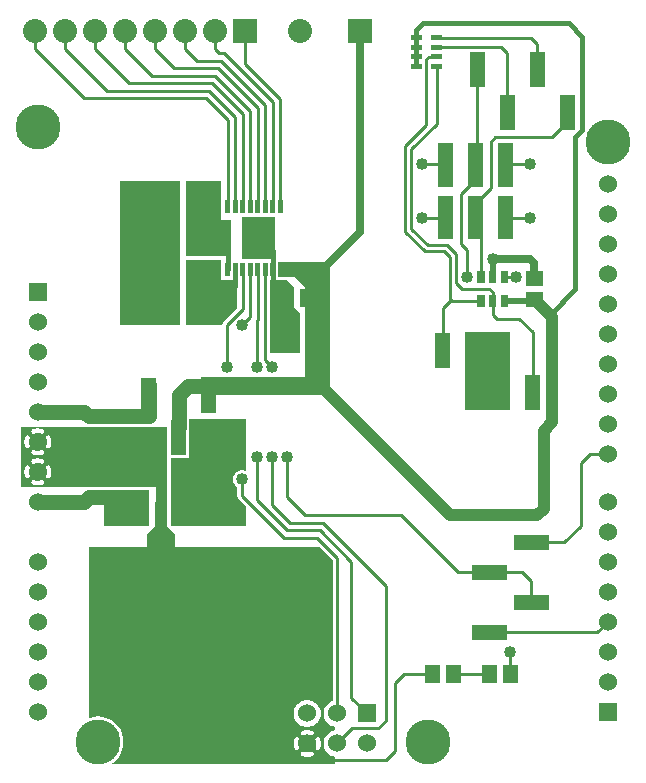
<source format=gbr>
G04 start of page 2 for group 0 idx 0 *
G04 Title: (unknown), component *
G04 Creator: pcb 20140316 *
G04 CreationDate: Wed 30 Mar 2016 07:43:05 PM GMT UTC *
G04 For: ndholmes *
G04 Format: Gerber/RS-274X *
G04 PCB-Dimensions (mil): 2100.00 2700.00 *
G04 PCB-Coordinate-Origin: lower left *
%MOIN*%
%FSLAX25Y25*%
%LNTOP*%
%ADD33C,0.0480*%
%ADD32C,0.1285*%
%ADD31C,0.0380*%
%ADD30R,0.0240X0.0240*%
%ADD29R,0.0150X0.0150*%
%ADD28R,0.0165X0.0165*%
%ADD27R,0.0490X0.0490*%
%ADD26R,0.0945X0.0945*%
%ADD25R,0.0378X0.0378*%
%ADD24R,0.0512X0.0512*%
%ADD23R,0.0167X0.0167*%
%ADD22R,0.0500X0.0500*%
%ADD21C,0.0800*%
%ADD20C,0.1500*%
%ADD19C,0.0600*%
%ADD18C,0.0200*%
%ADD17C,0.0400*%
%ADD16C,0.0250*%
%ADD15C,0.0150*%
%ADD14C,0.0100*%
%ADD13C,0.0500*%
%ADD12C,0.0350*%
%ADD11C,0.0001*%
G54D11*G36*
X99000Y125500D02*Y170000D01*
X107500D01*
Y125500D01*
X99000D01*
G37*
G36*
X103000D02*X64500D01*
Y131500D01*
X103000D01*
Y125500D01*
G37*
G36*
X95500Y155000D02*X97500Y153000D01*
Y139500D01*
X94500D01*
Y155000D01*
X95500D01*
G37*
G36*
X87500Y164000D02*X93000D01*
X95500Y161500D01*
Y139500D01*
X87500D01*
Y164000D01*
G37*
G36*
X90043Y170000D02*X107500D01*
Y165000D01*
X90043D01*
X90066Y165093D01*
X90075Y165250D01*
X90066Y169907D01*
X90043Y170000D01*
G37*
G36*
X99000Y161500D02*X94500Y166000D01*
X100000D01*
Y161500D01*
X99000D01*
G37*
G36*
X13613Y115000D02*X26863D01*
X27000Y114989D01*
X27137Y115000D01*
X31707D01*
X31738Y114987D01*
X31891Y114950D01*
X32048Y114941D01*
X38109Y114950D01*
X38262Y114987D01*
X38293Y115000D01*
X46863D01*
X47000Y114989D01*
X47137Y115000D01*
X53000D01*
Y95000D01*
X13613D01*
Y97853D01*
X13656Y97860D01*
X13768Y97897D01*
X13873Y97952D01*
X13968Y98022D01*
X14051Y98106D01*
X14119Y98202D01*
X14170Y98308D01*
X14318Y98716D01*
X14422Y99137D01*
X14484Y99567D01*
X14505Y100000D01*
X14484Y100433D01*
X14422Y100863D01*
X14318Y101284D01*
X14175Y101694D01*
X14122Y101800D01*
X14053Y101896D01*
X13970Y101981D01*
X13875Y102051D01*
X13769Y102106D01*
X13657Y102143D01*
X13613Y102151D01*
Y107853D01*
X13656Y107860D01*
X13768Y107897D01*
X13873Y107952D01*
X13968Y108022D01*
X14051Y108106D01*
X14119Y108202D01*
X14170Y108308D01*
X14318Y108716D01*
X14422Y109137D01*
X14484Y109567D01*
X14505Y110000D01*
X14484Y110433D01*
X14422Y110863D01*
X14318Y111284D01*
X14175Y111694D01*
X14122Y111800D01*
X14053Y111896D01*
X13970Y111981D01*
X13875Y112051D01*
X13769Y112106D01*
X13657Y112143D01*
X13613Y112151D01*
Y115000D01*
G37*
G36*
X10002D02*X13613D01*
Y112151D01*
X13540Y112163D01*
X13421Y112164D01*
X13304Y112146D01*
X13191Y112110D01*
X13085Y112057D01*
X12988Y111988D01*
X12904Y111905D01*
X12833Y111809D01*
X12779Y111704D01*
X12741Y111592D01*
X12722Y111475D01*
X12721Y111356D01*
X12739Y111239D01*
X12777Y111126D01*
X12876Y110855D01*
X12944Y110575D01*
X12986Y110289D01*
X13000Y110000D01*
X12986Y109711D01*
X12944Y109425D01*
X12876Y109145D01*
X12780Y108872D01*
X12742Y108761D01*
X12725Y108644D01*
X12725Y108526D01*
X12745Y108409D01*
X12782Y108297D01*
X12836Y108193D01*
X12906Y108098D01*
X12991Y108015D01*
X13087Y107946D01*
X13192Y107893D01*
X13305Y107857D01*
X13421Y107840D01*
X13539Y107841D01*
X13613Y107853D01*
Y102151D01*
X13540Y102163D01*
X13421Y102164D01*
X13304Y102146D01*
X13191Y102110D01*
X13085Y102057D01*
X12988Y101988D01*
X12904Y101905D01*
X12833Y101809D01*
X12779Y101704D01*
X12741Y101592D01*
X12722Y101475D01*
X12721Y101356D01*
X12739Y101239D01*
X12777Y101126D01*
X12876Y100855D01*
X12944Y100575D01*
X12986Y100289D01*
X13000Y100000D01*
X12986Y99711D01*
X12944Y99425D01*
X12876Y99145D01*
X12780Y98872D01*
X12742Y98761D01*
X12725Y98644D01*
X12725Y98526D01*
X12745Y98409D01*
X12782Y98297D01*
X12836Y98193D01*
X12906Y98098D01*
X12991Y98015D01*
X13087Y97946D01*
X13192Y97893D01*
X13305Y97857D01*
X13421Y97840D01*
X13539Y97841D01*
X13613Y97853D01*
Y95000D01*
X10002D01*
Y95495D01*
X10433Y95516D01*
X10863Y95578D01*
X11284Y95682D01*
X11694Y95825D01*
X11800Y95878D01*
X11896Y95947D01*
X11981Y96030D01*
X12051Y96125D01*
X12106Y96231D01*
X12143Y96343D01*
X12163Y96460D01*
X12164Y96579D01*
X12146Y96696D01*
X12110Y96809D01*
X12057Y96915D01*
X11988Y97012D01*
X11905Y97096D01*
X11809Y97167D01*
X11704Y97221D01*
X11592Y97259D01*
X11475Y97278D01*
X11356Y97279D01*
X11239Y97261D01*
X11126Y97223D01*
X10855Y97124D01*
X10575Y97056D01*
X10289Y97014D01*
X10002Y97000D01*
Y103000D01*
X10289Y102986D01*
X10575Y102944D01*
X10855Y102876D01*
X11128Y102780D01*
X11239Y102742D01*
X11356Y102725D01*
X11474Y102725D01*
X11591Y102745D01*
X11703Y102782D01*
X11807Y102836D01*
X11902Y102906D01*
X11985Y102991D01*
X12054Y103087D01*
X12107Y103192D01*
X12143Y103305D01*
X12160Y103421D01*
X12159Y103539D01*
X12140Y103656D01*
X12103Y103768D01*
X12048Y103873D01*
X11978Y103968D01*
X11894Y104051D01*
X11798Y104119D01*
X11692Y104170D01*
X11284Y104318D01*
X10863Y104422D01*
X10433Y104484D01*
X10002Y104505D01*
Y105495D01*
X10433Y105516D01*
X10863Y105578D01*
X11284Y105682D01*
X11694Y105825D01*
X11800Y105878D01*
X11896Y105947D01*
X11981Y106030D01*
X12051Y106125D01*
X12106Y106231D01*
X12143Y106343D01*
X12163Y106460D01*
X12164Y106579D01*
X12146Y106696D01*
X12110Y106809D01*
X12057Y106915D01*
X11988Y107012D01*
X11905Y107096D01*
X11809Y107167D01*
X11704Y107221D01*
X11592Y107259D01*
X11475Y107278D01*
X11356Y107279D01*
X11239Y107261D01*
X11126Y107223D01*
X10855Y107124D01*
X10575Y107056D01*
X10289Y107014D01*
X10002Y107000D01*
Y113000D01*
X10289Y112986D01*
X10575Y112944D01*
X10855Y112876D01*
X11128Y112780D01*
X11239Y112742D01*
X11356Y112725D01*
X11474Y112725D01*
X11591Y112745D01*
X11703Y112782D01*
X11807Y112836D01*
X11902Y112906D01*
X11985Y112991D01*
X12054Y113087D01*
X12107Y113192D01*
X12143Y113305D01*
X12160Y113421D01*
X12159Y113539D01*
X12140Y113656D01*
X12103Y113768D01*
X12048Y113873D01*
X11978Y113968D01*
X11894Y114051D01*
X11798Y114119D01*
X11692Y114170D01*
X11284Y114318D01*
X10863Y114422D01*
X10433Y114484D01*
X10002Y114505D01*
Y115000D01*
G37*
G36*
X6387D02*X10002D01*
Y114505D01*
X10000Y114505D01*
X9567Y114484D01*
X9137Y114422D01*
X8716Y114318D01*
X8306Y114175D01*
X8200Y114122D01*
X8104Y114053D01*
X8019Y113970D01*
X7949Y113875D01*
X7894Y113769D01*
X7857Y113657D01*
X7837Y113540D01*
X7836Y113421D01*
X7854Y113304D01*
X7890Y113191D01*
X7943Y113085D01*
X8012Y112988D01*
X8095Y112904D01*
X8191Y112833D01*
X8296Y112779D01*
X8408Y112741D01*
X8525Y112722D01*
X8644Y112721D01*
X8761Y112739D01*
X8874Y112777D01*
X9145Y112876D01*
X9425Y112944D01*
X9711Y112986D01*
X10000Y113000D01*
X10002Y113000D01*
Y107000D01*
X10000Y107000D01*
X9711Y107014D01*
X9425Y107056D01*
X9145Y107124D01*
X8872Y107220D01*
X8761Y107258D01*
X8644Y107275D01*
X8526Y107275D01*
X8409Y107255D01*
X8297Y107218D01*
X8193Y107164D01*
X8098Y107094D01*
X8015Y107009D01*
X7946Y106913D01*
X7893Y106808D01*
X7857Y106695D01*
X7840Y106579D01*
X7841Y106461D01*
X7860Y106344D01*
X7897Y106232D01*
X7952Y106127D01*
X8022Y106032D01*
X8106Y105949D01*
X8202Y105881D01*
X8308Y105830D01*
X8716Y105682D01*
X9137Y105578D01*
X9567Y105516D01*
X10000Y105495D01*
X10002Y105495D01*
Y104505D01*
X10000Y104505D01*
X9567Y104484D01*
X9137Y104422D01*
X8716Y104318D01*
X8306Y104175D01*
X8200Y104122D01*
X8104Y104053D01*
X8019Y103970D01*
X7949Y103875D01*
X7894Y103769D01*
X7857Y103657D01*
X7837Y103540D01*
X7836Y103421D01*
X7854Y103304D01*
X7890Y103191D01*
X7943Y103085D01*
X8012Y102988D01*
X8095Y102904D01*
X8191Y102833D01*
X8296Y102779D01*
X8408Y102741D01*
X8525Y102722D01*
X8644Y102721D01*
X8761Y102739D01*
X8874Y102777D01*
X9145Y102876D01*
X9425Y102944D01*
X9711Y102986D01*
X10000Y103000D01*
X10002Y103000D01*
Y97000D01*
X10000Y97000D01*
X9711Y97014D01*
X9425Y97056D01*
X9145Y97124D01*
X8872Y97220D01*
X8761Y97258D01*
X8644Y97275D01*
X8526Y97275D01*
X8409Y97255D01*
X8297Y97218D01*
X8193Y97164D01*
X8098Y97094D01*
X8015Y97009D01*
X7946Y96913D01*
X7893Y96808D01*
X7857Y96695D01*
X7840Y96579D01*
X7841Y96461D01*
X7860Y96344D01*
X7897Y96232D01*
X7952Y96127D01*
X8022Y96032D01*
X8106Y95949D01*
X8202Y95881D01*
X8308Y95830D01*
X8716Y95682D01*
X9137Y95578D01*
X9567Y95516D01*
X10000Y95495D01*
X10002Y95495D01*
Y95000D01*
X6387D01*
Y97849D01*
X6460Y97837D01*
X6579Y97836D01*
X6696Y97854D01*
X6809Y97890D01*
X6915Y97943D01*
X7012Y98012D01*
X7096Y98095D01*
X7167Y98191D01*
X7221Y98296D01*
X7259Y98408D01*
X7278Y98525D01*
X7279Y98644D01*
X7261Y98761D01*
X7223Y98874D01*
X7124Y99145D01*
X7056Y99425D01*
X7014Y99711D01*
X7000Y100000D01*
X7014Y100289D01*
X7056Y100575D01*
X7124Y100855D01*
X7220Y101128D01*
X7258Y101239D01*
X7275Y101356D01*
X7275Y101474D01*
X7255Y101591D01*
X7218Y101703D01*
X7164Y101807D01*
X7094Y101902D01*
X7009Y101985D01*
X6913Y102054D01*
X6808Y102107D01*
X6695Y102143D01*
X6579Y102160D01*
X6461Y102159D01*
X6387Y102147D01*
Y107849D01*
X6460Y107837D01*
X6579Y107836D01*
X6696Y107854D01*
X6809Y107890D01*
X6915Y107943D01*
X7012Y108012D01*
X7096Y108095D01*
X7167Y108191D01*
X7221Y108296D01*
X7259Y108408D01*
X7278Y108525D01*
X7279Y108644D01*
X7261Y108761D01*
X7223Y108874D01*
X7124Y109145D01*
X7056Y109425D01*
X7014Y109711D01*
X7000Y110000D01*
X7014Y110289D01*
X7056Y110575D01*
X7124Y110855D01*
X7220Y111128D01*
X7258Y111239D01*
X7275Y111356D01*
X7275Y111474D01*
X7255Y111591D01*
X7218Y111703D01*
X7164Y111807D01*
X7094Y111902D01*
X7009Y111985D01*
X6913Y112054D01*
X6808Y112107D01*
X6695Y112143D01*
X6579Y112160D01*
X6461Y112159D01*
X6387Y112147D01*
Y115000D01*
G37*
G36*
X4500D02*X6387D01*
Y112147D01*
X6344Y112140D01*
X6232Y112103D01*
X6127Y112048D01*
X6032Y111978D01*
X5949Y111894D01*
X5881Y111798D01*
X5830Y111692D01*
X5682Y111284D01*
X5578Y110863D01*
X5516Y110433D01*
X5495Y110000D01*
X5516Y109567D01*
X5578Y109137D01*
X5682Y108716D01*
X5825Y108306D01*
X5878Y108200D01*
X5947Y108104D01*
X6030Y108019D01*
X6125Y107949D01*
X6231Y107894D01*
X6343Y107857D01*
X6387Y107849D01*
Y102147D01*
X6344Y102140D01*
X6232Y102103D01*
X6127Y102048D01*
X6032Y101978D01*
X5949Y101894D01*
X5881Y101798D01*
X5830Y101692D01*
X5682Y101284D01*
X5578Y100863D01*
X5516Y100433D01*
X5495Y100000D01*
X5516Y99567D01*
X5578Y99137D01*
X5682Y98716D01*
X5825Y98306D01*
X5878Y98200D01*
X5947Y98104D01*
X6030Y98019D01*
X6125Y97949D01*
X6231Y97894D01*
X6343Y97857D01*
X6387Y97849D01*
Y95000D01*
X4500D01*
Y115000D01*
G37*
G36*
X32000Y94000D02*X47000D01*
Y82000D01*
X32000D01*
Y94000D01*
G37*
G36*
X57500Y197000D02*Y149000D01*
X37500D01*
Y197000D01*
X57500D01*
G37*
G36*
X59500Y164000D02*X76500D01*
Y154621D01*
X71981Y150102D01*
X71936Y150064D01*
X71783Y149884D01*
X71659Y149683D01*
X71569Y149465D01*
X71514Y149235D01*
X71514Y149235D01*
X71495Y149000D01*
X59500D01*
Y164000D01*
G37*
G36*
Y170500D02*X71000D01*
Y161000D01*
X59500D01*
Y170500D01*
G37*
G36*
Y197000D02*X71000D01*
Y172000D01*
X59500D01*
Y197000D01*
G37*
G36*
Y172000D02*Y184000D01*
X74500D01*
Y172000D01*
X59500D01*
G37*
G36*
X89000Y171000D02*X78000D01*
Y185000D01*
X89000D01*
Y171000D01*
G37*
G36*
X152500Y120500D02*Y146500D01*
X167500D01*
Y120500D01*
X152500D01*
G37*
G36*
X60500Y117500D02*X79500D01*
Y100099D01*
X79366Y100181D01*
X78930Y100362D01*
X78471Y100472D01*
X78000Y100509D01*
X77529Y100472D01*
X77070Y100362D01*
X76634Y100181D01*
X76231Y99935D01*
X75872Y99628D01*
X75565Y99269D01*
X75319Y98866D01*
X75138Y98430D01*
X75028Y97971D01*
X74991Y97500D01*
X75028Y97029D01*
X75138Y96570D01*
X75319Y96134D01*
X75565Y95731D01*
X75872Y95372D01*
X76231Y95065D01*
X76500Y94901D01*
Y92059D01*
X76495Y92000D01*
X76514Y91765D01*
X76569Y91535D01*
X76659Y91317D01*
X76783Y91116D01*
X76936Y90936D01*
X76981Y90898D01*
X79500Y88379D01*
Y82000D01*
X54500D01*
Y104587D01*
X59657Y104596D01*
X59810Y104633D01*
X59955Y104693D01*
X60090Y104775D01*
X60209Y104878D01*
X60312Y104997D01*
X60394Y105132D01*
X60454Y105277D01*
X60491Y105430D01*
X60500Y105587D01*
X60493Y114792D01*
X60500Y114914D01*
Y117500D01*
G37*
G36*
X103416Y75000D02*X103879D01*
X108303Y70576D01*
Y23698D01*
X107754Y23471D01*
X107150Y23101D01*
X106611Y22641D01*
X106151Y22102D01*
X105781Y21498D01*
X105510Y20844D01*
X105345Y20155D01*
X105289Y19449D01*
X105345Y18743D01*
X105510Y18054D01*
X105781Y17400D01*
X106151Y16796D01*
X106611Y16257D01*
X107150Y15797D01*
X107754Y15427D01*
X108408Y15156D01*
X109000Y15014D01*
Y13884D01*
X108408Y13742D01*
X107754Y13471D01*
X107150Y13101D01*
X106611Y12641D01*
X106151Y12102D01*
X105781Y11498D01*
X105510Y10844D01*
X105345Y10155D01*
X105289Y9449D01*
X105345Y8743D01*
X105510Y8054D01*
X105781Y7400D01*
X106151Y6796D01*
X106611Y6257D01*
X107150Y5797D01*
X107754Y5427D01*
X108408Y5156D01*
X109000Y5014D01*
Y2500D01*
X103416D01*
Y7302D01*
X103459Y7309D01*
X103571Y7346D01*
X103676Y7401D01*
X103771Y7471D01*
X103854Y7555D01*
X103922Y7651D01*
X103973Y7757D01*
X104121Y8165D01*
X104225Y8586D01*
X104287Y9016D01*
X104308Y9449D01*
X104287Y9882D01*
X104225Y10312D01*
X104121Y10733D01*
X103978Y11143D01*
X103925Y11249D01*
X103856Y11345D01*
X103773Y11430D01*
X103678Y11500D01*
X103572Y11555D01*
X103460Y11592D01*
X103416Y11600D01*
Y16751D01*
X103455Y16796D01*
X103825Y17400D01*
X104096Y18054D01*
X104261Y18743D01*
X104303Y19449D01*
X104261Y20155D01*
X104096Y20844D01*
X103825Y21498D01*
X103455Y22102D01*
X103416Y22147D01*
Y75000D01*
G37*
G36*
Y2500D02*X99805D01*
Y4944D01*
X100236Y4965D01*
X100666Y5027D01*
X101087Y5131D01*
X101497Y5274D01*
X101603Y5327D01*
X101699Y5396D01*
X101784Y5479D01*
X101854Y5574D01*
X101909Y5680D01*
X101946Y5792D01*
X101966Y5909D01*
X101967Y6028D01*
X101949Y6145D01*
X101913Y6258D01*
X101860Y6364D01*
X101791Y6461D01*
X101708Y6545D01*
X101612Y6616D01*
X101507Y6670D01*
X101395Y6708D01*
X101278Y6727D01*
X101159Y6728D01*
X101042Y6710D01*
X100929Y6672D01*
X100658Y6573D01*
X100378Y6505D01*
X100092Y6463D01*
X99805Y6449D01*
Y12449D01*
X100092Y12435D01*
X100378Y12393D01*
X100658Y12325D01*
X100931Y12229D01*
X101042Y12191D01*
X101159Y12174D01*
X101277Y12174D01*
X101394Y12194D01*
X101506Y12231D01*
X101610Y12285D01*
X101705Y12355D01*
X101788Y12440D01*
X101857Y12536D01*
X101910Y12641D01*
X101946Y12754D01*
X101963Y12870D01*
X101962Y12988D01*
X101943Y13105D01*
X101906Y13217D01*
X101851Y13322D01*
X101781Y13417D01*
X101697Y13500D01*
X101601Y13568D01*
X101495Y13619D01*
X101087Y13767D01*
X100666Y13871D01*
X100236Y13933D01*
X99805Y13954D01*
Y14935D01*
X100509Y14991D01*
X101198Y15156D01*
X101852Y15427D01*
X102456Y15797D01*
X102995Y16257D01*
X103416Y16751D01*
Y11600D01*
X103343Y11612D01*
X103224Y11613D01*
X103107Y11595D01*
X102994Y11559D01*
X102888Y11506D01*
X102791Y11437D01*
X102707Y11354D01*
X102636Y11258D01*
X102582Y11153D01*
X102544Y11041D01*
X102525Y10924D01*
X102524Y10805D01*
X102542Y10688D01*
X102580Y10575D01*
X102679Y10304D01*
X102747Y10024D01*
X102789Y9738D01*
X102803Y9449D01*
X102789Y9160D01*
X102747Y8874D01*
X102679Y8594D01*
X102583Y8321D01*
X102545Y8210D01*
X102528Y8093D01*
X102528Y7975D01*
X102548Y7858D01*
X102585Y7746D01*
X102639Y7642D01*
X102709Y7547D01*
X102794Y7464D01*
X102890Y7395D01*
X102995Y7342D01*
X103108Y7306D01*
X103224Y7289D01*
X103342Y7290D01*
X103416Y7302D01*
Y2500D01*
G37*
G36*
X99805Y75000D02*X103416D01*
Y22147D01*
X102995Y22641D01*
X102456Y23101D01*
X101852Y23471D01*
X101198Y23742D01*
X100509Y23907D01*
X99805Y23963D01*
Y75000D01*
G37*
G36*
X96190Y16751D02*X96611Y16257D01*
X97150Y15797D01*
X97754Y15427D01*
X98408Y15156D01*
X99097Y14991D01*
X99803Y14935D01*
X99805Y14935D01*
Y13954D01*
X99803Y13954D01*
X99370Y13933D01*
X98940Y13871D01*
X98519Y13767D01*
X98109Y13624D01*
X98003Y13571D01*
X97907Y13502D01*
X97822Y13419D01*
X97752Y13324D01*
X97697Y13218D01*
X97660Y13106D01*
X97640Y12989D01*
X97639Y12870D01*
X97657Y12753D01*
X97693Y12640D01*
X97746Y12534D01*
X97815Y12437D01*
X97898Y12353D01*
X97994Y12282D01*
X98099Y12228D01*
X98211Y12190D01*
X98328Y12171D01*
X98447Y12170D01*
X98564Y12188D01*
X98677Y12226D01*
X98948Y12325D01*
X99228Y12393D01*
X99514Y12435D01*
X99803Y12449D01*
X99805Y12449D01*
Y6449D01*
X99803Y6449D01*
X99514Y6463D01*
X99228Y6505D01*
X98948Y6573D01*
X98675Y6669D01*
X98564Y6707D01*
X98447Y6724D01*
X98329Y6724D01*
X98212Y6704D01*
X98100Y6667D01*
X97996Y6613D01*
X97901Y6543D01*
X97818Y6458D01*
X97749Y6362D01*
X97696Y6257D01*
X97660Y6144D01*
X97643Y6028D01*
X97644Y5910D01*
X97663Y5793D01*
X97700Y5681D01*
X97755Y5576D01*
X97825Y5481D01*
X97909Y5398D01*
X98005Y5330D01*
X98111Y5279D01*
X98519Y5131D01*
X98940Y5027D01*
X99370Y4965D01*
X99803Y4944D01*
X99805Y4944D01*
Y2500D01*
X96190D01*
Y7298D01*
X96263Y7286D01*
X96382Y7285D01*
X96499Y7303D01*
X96612Y7339D01*
X96718Y7392D01*
X96815Y7461D01*
X96899Y7544D01*
X96970Y7640D01*
X97024Y7745D01*
X97062Y7857D01*
X97081Y7974D01*
X97082Y8093D01*
X97064Y8210D01*
X97026Y8323D01*
X96927Y8594D01*
X96859Y8874D01*
X96817Y9160D01*
X96803Y9449D01*
X96817Y9738D01*
X96859Y10024D01*
X96927Y10304D01*
X97023Y10577D01*
X97061Y10688D01*
X97078Y10805D01*
X97078Y10923D01*
X97058Y11040D01*
X97021Y11152D01*
X96967Y11256D01*
X96897Y11351D01*
X96812Y11434D01*
X96716Y11503D01*
X96611Y11556D01*
X96498Y11592D01*
X96382Y11609D01*
X96264Y11608D01*
X96190Y11596D01*
Y16751D01*
G37*
G36*
Y75000D02*X99805D01*
Y23963D01*
X99803Y23963D01*
X99097Y23907D01*
X98408Y23742D01*
X97754Y23471D01*
X97150Y23101D01*
X96611Y22641D01*
X96190Y22147D01*
Y75000D01*
G37*
G36*
X27000D02*X96190D01*
Y22147D01*
X96151Y22102D01*
X95781Y21498D01*
X95510Y20844D01*
X95345Y20155D01*
X95289Y19449D01*
X95345Y18743D01*
X95510Y18054D01*
X95781Y17400D01*
X96151Y16796D01*
X96190Y16751D01*
Y11596D01*
X96147Y11589D01*
X96035Y11552D01*
X95930Y11497D01*
X95835Y11427D01*
X95752Y11343D01*
X95684Y11247D01*
X95633Y11141D01*
X95485Y10733D01*
X95381Y10312D01*
X95319Y9882D01*
X95298Y9449D01*
X95319Y9016D01*
X95381Y8586D01*
X95485Y8165D01*
X95628Y7755D01*
X95681Y7649D01*
X95750Y7553D01*
X95833Y7468D01*
X95928Y7398D01*
X96034Y7343D01*
X96146Y7306D01*
X96190Y7298D01*
Y2500D01*
X34029D01*
X35012Y3102D01*
X36029Y3971D01*
X36898Y4988D01*
X37597Y6129D01*
X38109Y7365D01*
X38421Y8666D01*
X38500Y10000D01*
X38421Y11334D01*
X38109Y12635D01*
X37597Y13871D01*
X36898Y15012D01*
X36029Y16029D01*
X35012Y16898D01*
X33871Y17597D01*
X32635Y18109D01*
X31334Y18421D01*
X30000Y18526D01*
X28666Y18421D01*
X27365Y18109D01*
X27000Y17958D01*
Y75000D01*
G37*
G54D12*X51000Y86084D02*Y96000D01*
G54D13*X25500Y90000D02*X10000D01*
X35000Y91457D02*X26957D01*
X25500Y90000D01*
X10000Y120000D02*X25500D01*
X27000Y118500D01*
X47000D01*
X57000Y114914D02*Y125500D01*
G54D14*X73000Y149000D02*Y135000D01*
G54D13*X47000Y118500D02*Y129086D01*
X57000Y125500D02*X60000Y128500D01*
X67000D01*
G54D15*X75750Y167500D02*Y162000D01*
G54D14*X78250Y167500D02*Y154250D01*
G54D15*X88250Y162000D02*Y173500D01*
G54D14*X83250Y167500D02*Y150750D01*
X78250Y154250D02*X73000Y149000D01*
X80750Y167500D02*Y151750D01*
X78000Y149000D01*
X85750Y167500D02*Y137250D01*
X88000Y135000D01*
X83250Y150750D02*X83000Y150500D01*
Y135000D01*
G54D15*X73250Y167500D02*Y175500D01*
G54D14*Y188500D02*Y217250D01*
X66000Y224500D01*
X75750Y188500D02*Y218250D01*
X67000Y227000D01*
X78250Y188500D02*Y219250D01*
X68000Y229500D01*
X80750Y188500D02*Y220250D01*
X83250Y188500D02*Y221250D01*
X85750Y188500D02*Y222250D01*
X88250Y188500D02*Y223250D01*
X90750Y188500D02*Y224250D01*
G54D16*X117500Y180000D02*Y247000D01*
G54D14*X80750Y220250D02*X69000Y232000D01*
X83250Y221250D02*X70000Y234500D01*
X85750Y222250D02*X71000Y237000D01*
X88250Y223250D02*X72000Y239500D01*
X70500D01*
X90750Y224250D02*X79000Y236000D01*
X25500Y224500D02*X9000Y241000D01*
Y247000D01*
X33000Y227000D02*X19000Y241000D01*
Y247000D01*
X40500Y229500D02*X29000Y241000D01*
Y247000D01*
X39000Y241000D02*Y247000D01*
X66000Y224500D02*X25500D01*
X68000Y229500D02*X40500D01*
X67000Y227000D02*X33000D01*
X69000Y232000D02*X48000D01*
X70000Y234500D02*X55500D01*
X71000Y237000D02*X63000D01*
X59000Y241000D01*
X48000Y232000D02*X39000Y241000D01*
X55500Y234500D02*X49000Y241000D01*
Y247000D01*
X59000Y241000D02*Y247000D01*
X70500Y239500D02*X69000Y241000D01*
Y247000D01*
X79000Y236000D02*Y247000D01*
X109803Y71197D02*X103000Y78000D01*
X92000D01*
X93000Y80500D02*X104000D01*
X114500Y70000D01*
X105000Y83000D02*X94000D01*
X92000Y78000D02*X78000Y92000D01*
Y97500D01*
X83000Y105000D02*Y90500D01*
X88000Y89000D02*Y105000D01*
X93000Y91500D02*Y105000D01*
X83000Y90500D02*X93000Y80500D01*
X94000Y83000D02*X88000Y89000D01*
X99000Y85500D02*X93000Y91500D01*
X126000Y62000D02*X105000Y83000D01*
X99000Y85500D02*X131000D01*
X150000Y66500D01*
G54D17*X147500Y85500D02*X103500Y129500D01*
G54D14*X109803Y19449D02*Y71197D01*
X114500Y70000D02*Y24752D01*
X119803Y19449D01*
X126000Y17000D02*Y62000D01*
X109803Y9449D02*X114854Y14500D01*
X105449Y4000D02*X126000D01*
X129000Y7000D01*
X114854Y14500D02*X123500D01*
X126000Y17000D01*
X129000Y7000D02*Y29500D01*
X132000Y32500D01*
X141457D01*
G54D17*X178543Y87543D02*X176500Y85500D01*
G54D14*X150000Y66500D02*X171500D01*
G54D17*X176500Y85500D02*X147500D01*
G54D14*X167500Y40000D02*Y32500D01*
X171500Y66500D02*X174500Y63500D01*
Y56500D01*
X174586Y76500D02*X185500D01*
X191000Y82000D01*
Y103000D01*
G54D17*X178543Y87543D02*Y113543D01*
X181500Y116500D01*
G54D14*X191000Y103000D02*X194000Y106000D01*
X200000D01*
X160414Y46500D02*X196500D01*
X200000Y50000D01*
X160457Y32500D02*X148543D01*
X165500Y165000D02*X169500D01*
G54D18*X161600D02*Y171000D01*
G54D16*X174000D01*
X175500Y169500D01*
Y164543D01*
G54D14*X153000Y174000D02*Y165000D01*
X147500Y157600D02*Y171500D01*
X149500Y163000D02*Y172500D01*
G54D16*X104500Y167000D02*X117500Y180000D01*
G54D14*X138000Y184500D02*X146000D01*
X147500Y171500D02*X145500Y173500D01*
X139000D01*
X149500Y172500D02*X146500Y175500D01*
X140000D01*
X134500Y181000D01*
X139000Y173500D02*X132500Y180000D01*
X142848Y241575D02*X164425D01*
X166500Y239500D01*
X142848Y244724D02*X174276D01*
X176500Y242500D01*
G54D15*X138500Y249500D02*X187000D01*
X191500Y245000D02*X187000Y249500D01*
G54D14*X156500Y234086D02*Y202240D01*
X166500Y239500D02*Y219914D01*
X176500Y242500D02*Y234086D01*
X162500Y211500D02*X181500D01*
X186500Y216500D01*
G54D15*X191500Y214000D02*Y245000D01*
G54D14*X142848Y238425D02*X140425D01*
X143000Y216000D02*Y235276D01*
X139500Y237500D02*Y215500D01*
X140425Y238425D02*X139500Y237500D01*
G54D15*X136152Y235276D02*Y247152D01*
X138500Y249500D01*
G54D14*X138000Y202500D02*X146000D01*
X174000D02*X166000D01*
X151000Y176000D02*Y192500D01*
X174000Y184500D02*X166000D01*
X151000Y176000D02*X153000Y174000D01*
G54D15*X189000Y160871D02*Y211500D01*
X191500Y214000D01*
G54D14*X157700Y165000D02*Y184760D01*
X151000Y192500D02*X156000Y197500D01*
Y189500D02*X161000Y194500D01*
Y210000D01*
X162500Y211500D01*
X134500Y181000D02*Y207500D01*
X132500Y208500D02*Y180000D01*
X134500Y207500D02*X143000Y216000D01*
X139500Y215500D02*X132500Y208500D01*
G54D18*X165500Y156800D02*X175500D01*
G54D14*X175000Y146500D02*X170500Y151000D01*
X163000D01*
G54D15*X189000Y160871D02*X180543Y152414D01*
G54D17*X175500Y157457D02*X181500Y151457D01*
G54D14*X157700Y156800D02*X147300D01*
X157700D02*X148300D01*
X161600D02*Y152400D01*
X163000Y151000D01*
X161600Y156800D02*Y153900D01*
Y157400D02*Y159900D01*
X160500Y161000D01*
X151500D01*
X149500Y163000D01*
X147300Y156800D02*X145000Y154500D01*
X148300Y156800D02*X147500Y157600D01*
X145000Y154500D02*Y140586D01*
G54D17*X181500Y116500D02*Y151457D01*
G54D14*X175000Y146500D02*Y126414D01*
G54D11*G36*
X197000Y23000D02*Y17000D01*
X203000D01*
Y23000D01*
X197000D01*
G37*
G54D19*X200000Y30000D03*
Y40000D03*
Y50000D03*
Y60000D03*
Y70000D03*
G54D20*X140000Y10000D03*
G54D19*X119803Y9449D03*
X109803D03*
X99803D03*
G54D11*G36*
X116803Y22449D02*Y16449D01*
X122803D01*
Y22449D01*
X116803D01*
G37*
G54D19*X109803Y19449D03*
X99803D03*
X10000Y130000D03*
Y120000D03*
Y110000D03*
Y100000D03*
Y90000D03*
Y70000D03*
Y60000D03*
Y50000D03*
Y40000D03*
Y30000D03*
Y20000D03*
G54D20*X30000Y10000D03*
G54D19*X200000Y80000D03*
Y90000D03*
Y106000D03*
Y116000D03*
Y126000D03*
Y136000D03*
Y146000D03*
Y156000D03*
Y166000D03*
Y176000D03*
Y186000D03*
Y196000D03*
G54D20*Y210000D03*
G54D11*G36*
X7000Y163000D02*Y157000D01*
X13000D01*
Y163000D01*
X7000D01*
G37*
G54D19*X10000Y150000D03*
Y140000D03*
G54D20*Y215000D03*
G54D21*X59000Y247000D03*
X49000D03*
X39000D03*
X29000D03*
X19000D03*
X9000D03*
G54D11*G36*
X113500Y251000D02*Y243000D01*
X121500D01*
Y251000D01*
X113500D01*
G37*
G36*
X75000D02*Y243000D01*
X83000D01*
Y251000D01*
X75000D01*
G37*
G54D21*X69000Y247000D03*
X97500D03*
G54D22*X156500Y237413D02*Y230760D01*
X186500Y223240D02*Y216587D01*
X176500Y237413D02*Y230760D01*
X166500Y223240D02*Y216587D01*
G54D23*X135217Y244724D02*X137087D01*
X135217Y241575D02*X137087D01*
X135217Y238425D02*X137087D01*
X135217Y235276D02*X137087D01*
X141913D02*X143783D01*
X141913Y238425D02*X143783D01*
X141913Y241575D02*X143783D01*
X141913Y244724D02*X143783D01*
G54D24*X57543Y98393D02*Y97607D01*
G54D25*X56906Y87984D02*Y83890D01*
G54D24*X50457Y98393D02*Y97607D01*
G54D25*X51000Y87984D02*Y76174D01*
G54D26*Y74440D02*Y72550D01*
G54D11*G36*
X52885Y82005D02*X55725Y79165D01*
X54305Y77745D01*
X51465Y80585D01*
X52885Y82005D01*
G37*
G36*
X46275Y79165D02*X49115Y82005D01*
X50535Y80585D01*
X47695Y77745D01*
X46275Y79165D01*
G37*
G54D25*X45094Y87984D02*Y83890D01*
G54D24*X34607Y98543D02*X35393D01*
X34607Y91457D02*X35393D01*
X34607Y111414D02*X35393D01*
X34607Y118500D02*X35393D01*
G54D22*X47000Y128913D02*Y122260D01*
X57000Y114740D02*Y108087D01*
X77000Y114740D02*Y108087D01*
X67000Y128913D02*Y122260D01*
G54D24*X62043Y178893D02*Y178107D01*
X54957Y178893D02*Y178107D01*
G54D27*X63500Y194300D02*Y190700D01*
X53500Y194300D02*Y190700D01*
G54D24*X62043Y167893D02*Y167107D01*
X54957Y167893D02*Y167107D01*
G54D27*X53500Y155300D02*Y151700D01*
G54D28*X78250Y189925D02*Y187075D01*
X75750Y189925D02*Y187075D01*
X73250Y189925D02*Y187075D01*
G54D29*X78250Y189000D02*Y188000D01*
X75750Y189000D02*Y188000D01*
X73250Y189000D02*Y188000D01*
G54D28*X85750Y189925D02*Y187075D01*
X83250Y189925D02*Y187075D01*
X80750Y189925D02*Y187075D01*
G54D29*X85750Y189000D02*Y188000D01*
X83250Y189000D02*Y188000D01*
X80750Y189000D02*Y188000D01*
X73250Y168000D02*Y167000D01*
X75750Y168000D02*Y167000D01*
X78250Y168000D02*Y167000D01*
X80750Y168000D02*Y167000D01*
X83250Y168000D02*Y167000D01*
X85750Y168000D02*Y167000D01*
G54D27*X63500Y155300D02*Y151700D01*
G54D28*X90750Y189925D02*Y187075D01*
G54D29*Y189000D02*Y188000D01*
G54D28*X88250Y189925D02*Y187075D01*
G54D29*Y189000D02*Y188000D01*
G54D28*X73250Y168925D02*Y166075D01*
X75750Y168925D02*Y166075D01*
X78250Y168925D02*Y166075D01*
X80750Y168925D02*Y166075D01*
X83250Y168925D02*Y166075D01*
X85750Y168925D02*Y166075D01*
X88250Y168925D02*Y166075D01*
G54D29*Y168000D02*Y167000D01*
G54D28*X90750Y168925D02*Y166075D01*
G54D29*Y168000D02*Y167000D01*
G54D22*X175000Y129740D02*Y123087D01*
X165000Y143913D02*Y137260D01*
X155000Y129740D02*Y123087D01*
G54D24*X175107Y164543D02*X175893D01*
G54D22*X171260Y56500D02*X177913D01*
X171260Y76500D02*X177913D01*
G54D24*X160457Y32893D02*Y32107D01*
X167543Y32893D02*Y32107D01*
X141457Y32893D02*Y32107D01*
X148543Y32893D02*Y32107D01*
G54D27*X101500Y145800D02*Y142200D01*
X91500Y145800D02*Y142200D01*
G54D24*X100043Y158393D02*Y157607D01*
X92957Y158393D02*Y157607D01*
G54D22*X157087Y46500D02*X163740D01*
X157087Y66500D02*X163740D01*
X145000Y143913D02*Y137260D01*
X146000Y189504D02*Y180016D01*
Y206984D02*Y197496D01*
G54D30*X165500Y165800D02*Y164200D01*
X161600Y165800D02*Y164200D01*
X157700Y165800D02*Y164200D01*
Y157600D02*Y156000D01*
X161600Y157600D02*Y156000D01*
X165500Y157600D02*Y156000D01*
G54D24*X175107Y157457D02*X175893D01*
G54D22*X156000Y189504D02*Y180016D01*
X166000Y189504D02*Y180016D01*
Y206984D02*Y197496D01*
X156000Y206984D02*Y197496D01*
G54D17*X160000Y133500D03*
X169500Y165000D03*
X153000D03*
X167500Y85500D03*
Y40000D03*
X161600Y171000D03*
X138000Y202500D03*
X174000D03*
X138000Y184500D03*
X174000D03*
X42000Y111000D03*
Y105000D03*
Y99000D03*
X18000Y105000D03*
X23500D03*
X29000D03*
X73000Y135000D03*
X78000Y97500D03*
X83000Y105000D03*
X88000D03*
X93000D03*
X88000Y135000D03*
X54000Y63500D03*
X48000D03*
X42500D03*
Y70000D03*
X59500D03*
Y63500D03*
X83000Y135000D03*
X90000Y152000D03*
X95000D03*
X78000Y149000D03*
X55000Y185000D03*
X50000D03*
X55000Y173000D03*
X50000D03*
X55000Y161000D03*
X50000D03*
X45000Y185000D03*
X40000D03*
Y179000D03*
X45000Y173000D03*
X40000D03*
X45000Y161000D03*
X40000D03*
Y167000D03*
X81000Y173500D03*
X86000D03*
X81000Y182500D03*
X86000D03*
X81000Y178000D03*
X86000D03*
G54D18*G54D31*G54D32*G54D31*G54D32*G54D31*G54D32*G54D31*G54D32*G54D33*M02*

</source>
